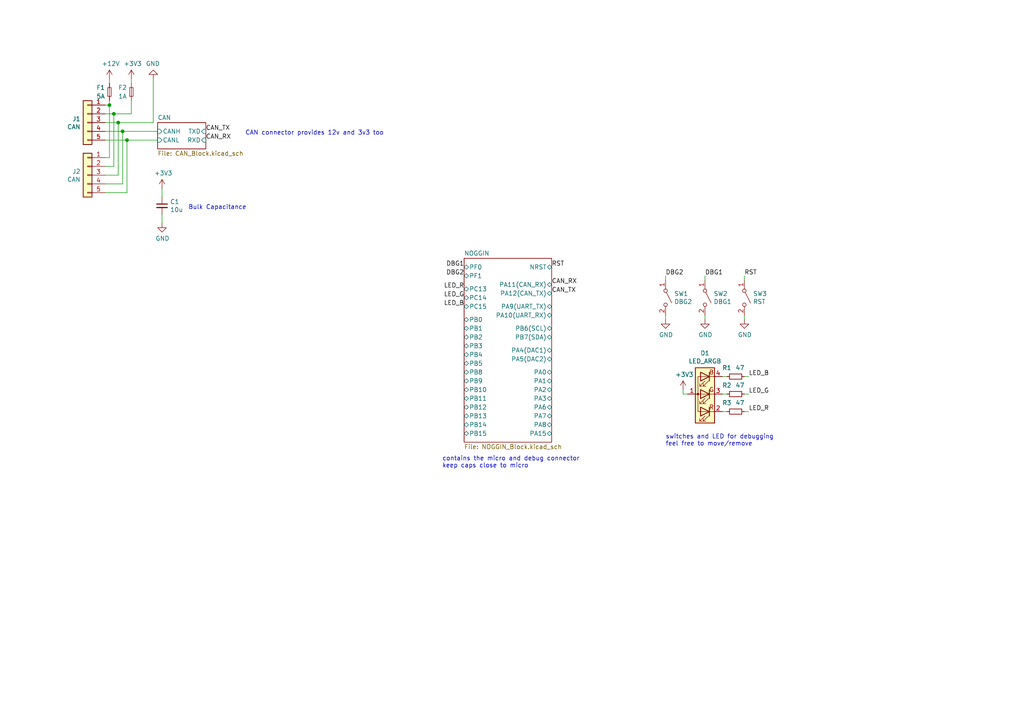
<source format=kicad_sch>
(kicad_sch (version 20211123) (generator eeschema)
  (paper "A4")
  (lib_symbols
    (symbol "Connector_Generic:Conn_01x05" (pin_names (offset 1.016) hide)
      (property "Reference" "J" (at 0 7.62 0))
      (property "Value" "Conn_01x05" (at 0 -7.62 0))
      (symbol "Conn_01x05_1_1"
        (rectangle (start -1.27 -4.953) (end 0 -5.207) (stroke (width 0.1524)))
        (rectangle (start -1.27 -2.413) (end 0 -2.667) (stroke (width 0.1524)))
        (rectangle (start -1.27 0.127) (end 0 -0.127) (stroke (width 0.1524)))
        (rectangle (start -1.27 2.667) (end 0 2.413) (stroke (width 0.1524)))
        (rectangle (start -1.27 5.207) (end 0 4.953) (stroke (width 0.1524)))
        (rectangle (start -1.27 6.35) (end 1.27 -6.35) (stroke (width 0.254)) (fill (type background)))
        (pin passive line (at -5.08 5.08 0) (length 3.81) (name "Pin_1") (number "1"))
        (pin passive line (at -5.08 2.54 0) (length 3.81) (name "Pin_2") (number "2"))
        (pin passive line (at -5.08 0 0) (length 3.81) (name "Pin_3") (number "3"))
        (pin passive line (at -5.08 -2.54 0) (length 3.81) (name "Pin_4") (number "4"))
        (pin passive line (at -5.08 -5.08 0) (length 3.81) (name "Pin_5") (number "5"))
      )
    )
    (symbol "Device:C_Small" (pin_numbers hide) (pin_names (offset 0.254) hide)
      (property "Reference" "C" (at 0.254 1.778 0))
      (property "Value" "C_Small" (at 0.254 -2.032 0))
      (symbol "C_Small_0_1"
        (polyline (pts (xy -1.524 -0.508) (xy 1.524 -0.508)) (stroke (width 0.3302)))
        (polyline (pts (xy -1.524 0.508) (xy 1.524 0.508)) (stroke (width 0.3048)))
      )
      (symbol "C_Small_1_1"
        (pin passive line (at 0 2.54 270) (length 2.032) (name "~") (number "1"))
        (pin passive line (at 0 -2.54 90) (length 2.032) (name "~") (number "2"))
      )
    )
    (symbol "Device:Fuse_Small" (pin_numbers hide) (pin_names (offset 0.254) hide)
      (property "Reference" "F" (at 0 -1.524 0))
      (property "Value" "Fuse_Small" (at 0 1.524 0))
      (symbol "Fuse_Small_0_1"
        (rectangle (start -1.27 0.508) (end 1.27 -0.508))
        (polyline (pts (xy -1.27 0) (xy 1.27 0)))
      )
      (symbol "Fuse_Small_1_1"
        (pin passive line (at -2.54 0 0) (length 1.27) (name "~") (number "1"))
        (pin passive line (at 2.54 0 180) (length 1.27) (name "~") (number "2"))
      )
    )
    (symbol "Device:LED_ARGB" (pin_names (offset 0) hide)
      (property "Reference" "D" (at 0 9.398 0))
      (property "Value" "LED_ARGB" (at 0 -8.89 0))
      (symbol "LED_ARGB_0_0"
        (text "B" (at -1.905 -6.35 0) (effects (font (size 1.27 1.27))))
        (text "G" (at -1.905 -1.27 0) (effects (font (size 1.27 1.27))))
        (text "R" (at -1.905 3.81 0) (effects (font (size 1.27 1.27))))
      )
      (symbol "LED_ARGB_0_1"
        (polyline (pts (xy -1.27 -5.08) (xy -2.54 -5.08)))
        (polyline (pts (xy -1.27 -5.08) (xy 1.27 -5.08)))
        (polyline (pts (xy -1.27 -3.81) (xy -1.27 -6.35)) (stroke (width 0.254)))
        (polyline (pts (xy -1.27 0) (xy -2.54 0)))
        (polyline (pts (xy -1.27 1.27) (xy -1.27 -1.27)) (stroke (width 0.254)))
        (polyline (pts (xy -1.27 5.08) (xy -2.54 5.08)))
        (polyline (pts (xy -1.27 5.08) (xy 1.27 5.08)))
        (polyline (pts (xy -1.27 6.35) (xy -1.27 3.81)) (stroke (width 0.254)))
        (polyline (pts (xy 1.27 0) (xy -1.27 0)))
        (polyline (pts (xy 1.27 0) (xy 2.54 0)))
        (polyline (pts (xy -1.27 1.27) (xy -1.27 -1.27) (xy -1.27 -1.27)))
        (polyline (pts (xy -1.27 6.35) (xy -1.27 3.81) (xy -1.27 3.81)))
        (polyline (pts (xy 1.27 -5.08) (xy 2.032 -5.08) (xy 2.032 5.08) (xy 1.27 5.08)))
        (polyline (pts (xy 1.27 -3.81) (xy 1.27 -6.35) (xy -1.27 -5.08) (xy 1.27 -3.81)) (stroke (width 0.254)))
        (polyline (pts (xy 1.27 1.27) (xy 1.27 -1.27) (xy -1.27 0) (xy 1.27 1.27)) (stroke (width 0.254)))
        (polyline (pts (xy 1.27 6.35) (xy 1.27 3.81) (xy -1.27 5.08) (xy 1.27 6.35)) (stroke (width 0.254)))
        (polyline (pts (xy -1.016 -3.81) (xy 0.508 -2.286) (xy -0.254 -2.286) (xy 0.508 -2.286) (xy 0.508 -3.048)))
        (polyline (pts (xy -1.016 1.27) (xy 0.508 2.794) (xy -0.254 2.794) (xy 0.508 2.794) (xy 0.508 2.032)))
        (polyline (pts (xy -1.016 6.35) (xy 0.508 7.874) (xy -0.254 7.874) (xy 0.508 7.874) (xy 0.508 7.112)))
        (polyline (pts (xy 0 -3.81) (xy 1.524 -2.286) (xy 0.762 -2.286) (xy 1.524 -2.286) (xy 1.524 -3.048)))
        (polyline (pts (xy 0 1.27) (xy 1.524 2.794) (xy 0.762 2.794) (xy 1.524 2.794) (xy 1.524 2.032)))
        (polyline (pts (xy 0 6.35) (xy 1.524 7.874) (xy 0.762 7.874) (xy 1.524 7.874) (xy 1.524 7.112)))
        (rectangle (start 1.27 -1.27) (end 1.27 1.27))
        (rectangle (start 1.27 1.27) (end 1.27 1.27))
        (rectangle (start 1.27 3.81) (end 1.27 6.35))
        (rectangle (start 1.27 6.35) (end 1.27 6.35))
        (circle (center 2.032 0) (radius 0.254) (fill (type outline)))
        (rectangle (start 2.794 8.382) (end -2.794 -7.62) (stroke (width 0.254)) (fill (type background)))
      )
      (symbol "LED_ARGB_1_1"
        (pin passive line (at 5.08 0 180) (length 2.54) (name "A") (number "1"))
        (pin passive line (at -5.08 5.08 0) (length 2.54) (name "RK") (number "2"))
        (pin passive line (at -5.08 0 0) (length 2.54) (name "GK") (number "3"))
        (pin passive line (at -5.08 -5.08 0) (length 2.54) (name "BK") (number "4"))
      )
    )
    (symbol "Device:R_Small" (pin_numbers hide) (pin_names (offset 0.254) hide)
      (property "Reference" "R" (at 0.762 0.508 0))
      (property "Value" "R_Small" (at 0.762 -1.016 0))
      (symbol "R_Small_0_1"
        (rectangle (start -0.762 1.778) (end 0.762 -1.778) (stroke (width 0.2032)))
      )
      (symbol "R_Small_1_1"
        (pin passive line (at 0 2.54 270) (length 0.762) (name "~") (number "1"))
        (pin passive line (at 0 -2.54 90) (length 0.762) (name "~") (number "2"))
      )
    )
    (symbol "Switch:SW_SPST" (pin_names (offset 0) hide)
      (property "Reference" "SW" (at 0 3.175 0))
      (property "Value" "SW_SPST" (at 0 -2.54 0))
      (symbol "SW_SPST_0_0"
        (circle (center -2.032 0) (radius 0.508))
        (polyline (pts (xy -1.524 0.254) (xy 1.524 1.778)))
        (circle (center 2.032 0) (radius 0.508))
      )
      (symbol "SW_SPST_1_1"
        (pin passive line (at -5.08 0 0) (length 2.54) (name "A") (number "1"))
        (pin passive line (at 5.08 0 180) (length 2.54) (name "B") (number "2"))
      )
    )
    (symbol "power:+12V" (power) (pin_names (offset 0))
      (property "Value" "+12V" (at 0 3.556 0))
      (symbol "+12V_0_1"
        (polyline (pts (xy -0.762 1.27) (xy 0 2.54)))
        (polyline (pts (xy 0 0) (xy 0 2.54)))
        (polyline (pts (xy 0 2.54) (xy 0.762 1.27)))
      )
      (symbol "+12V_1_1"
        (pin power_in line (at 0 0 90) (length 0) hide (name "+12V") (number "1"))
      )
    )
    (symbol "power:+3V3" (power) (pin_names (offset 0))
      (property "Value" "+3V3" (at 0 3.556 0))
      (symbol "+3V3_0_1"
        (polyline (pts (xy -0.762 1.27) (xy 0 2.54)))
        (polyline (pts (xy 0 0) (xy 0 2.54)))
        (polyline (pts (xy 0 2.54) (xy 0.762 1.27)))
      )
      (symbol "+3V3_1_1"
        (pin power_in line (at 0 0 90) (length 0) hide (name "+3V3") (number "1"))
      )
    )
    (symbol "power:GND" (power) (pin_names (offset 0))
      (property "Value" "GND" (at 0 -3.81 0))
      (symbol "GND_0_1"
        (polyline (pts (xy 0 0) (xy 0 -1.27) (xy 1.27 -1.27) (xy 0 -2.54) (xy -1.27 -1.27) (xy 0 -1.27)))
      )
      (symbol "GND_1_1"
        (pin power_in line (at 0 0 270) (length 0) hide (name "GND") (number "1"))
      )
    )
  )
  (junction (at 34.29 35.56))
  (junction (at 35.56 38.1))
  (junction (at 36.83 40.64))
  (junction (at 33.02 33.02))
  (junction (at 31.75 30.48))
  (wire (pts (xy 36.83 40.64) (xy 45.72 40.64)))
  (wire (pts (xy 31.75 45.72) (xy 31.75 30.48)))
  (wire (pts (xy 193.04 80.01) (xy 193.04 81.28)))
  (wire (pts (xy 33.02 33.02) (xy 38.1 33.02)))
  (wire (pts (xy 34.29 50.8) (xy 34.29 35.56)))
  (wire (pts (xy 30.48 55.88) (xy 36.83 55.88)))
  (wire (pts (xy 31.75 24.13) (xy 31.75 22.86)))
  (wire (pts (xy 46.99 62.23) (xy 46.99 64.77)))
  (wire (pts (xy 35.56 53.34) (xy 35.56 38.1)))
  (wire (pts (xy 30.48 33.02) (xy 33.02 33.02)))
  (wire (pts (xy 38.1 24.13) (xy 38.1 22.86)))
  (wire (pts (xy 215.9 109.22) (xy 217.17 109.22)))
  (wire (pts (xy 46.99 57.15) (xy 46.99 54.61)))
  (wire (pts (xy 30.48 48.26) (xy 33.02 48.26)))
  (wire (pts (xy 30.48 53.34) (xy 35.56 53.34)))
  (wire (pts (xy 198.12 113.03) (xy 198.12 114.3)))
  (wire (pts (xy 30.48 50.8) (xy 34.29 50.8)))
  (wire (pts (xy 30.48 45.72) (xy 31.75 45.72)))
  (wire (pts (xy 204.47 92.71) (xy 204.47 91.44)))
  (wire (pts (xy 209.55 119.38) (xy 210.82 119.38)))
  (wire (pts (xy 33.02 48.26) (xy 33.02 33.02)))
  (wire (pts (xy 38.1 33.02) (xy 38.1 29.21)))
  (wire (pts (xy 204.47 80.01) (xy 204.47 81.28)))
  (wire (pts (xy 45.72 38.1) (xy 35.56 38.1)))
  (wire (pts (xy 209.55 114.3) (xy 210.82 114.3)))
  (wire (pts (xy 215.9 92.71) (xy 215.9 91.44)))
  (wire (pts (xy 34.29 35.56) (xy 44.45 35.56)))
  (wire (pts (xy 215.9 80.01) (xy 215.9 81.28)))
  (wire (pts (xy 30.48 30.48) (xy 31.75 30.48)))
  (wire (pts (xy 36.83 55.88) (xy 36.83 40.64)))
  (wire (pts (xy 30.48 35.56) (xy 34.29 35.56)))
  (wire (pts (xy 209.55 109.22) (xy 210.82 109.22)))
  (wire (pts (xy 30.48 40.64) (xy 36.83 40.64)))
  (wire (pts (xy 31.75 30.48) (xy 31.75 29.21)))
  (wire (pts (xy 193.04 92.71) (xy 193.04 91.44)))
  (wire (pts (xy 198.12 114.3) (xy 199.39 114.3)))
  (wire (pts (xy 35.56 38.1) (xy 30.48 38.1)))
  (wire (pts (xy 215.9 119.38) (xy 217.17 119.38)))
  (wire (pts (xy 44.45 35.56) (xy 44.45 22.86)))
  (wire (pts (xy 215.9 114.3) (xy 217.17 114.3)))
  (text "CAN connector provides 12v and 3v3 too" (at 71.12 39.37 0) (effects (font (size 1.27 1.27)) (justify left bottom)))
  (text "switches and LED for debugging\nfeel free to move/remove" (at 193.04 129.54 0) (effects (font (size 1.27 1.27)) (justify left bottom)))
  (text "contains the micro and debug connector\nkeep caps close to micro" (at 128.27 135.89 0) (effects (font (size 1.27 1.27)) (justify left bottom)))
  (text "Bulk Capacitance" (at 54.61 60.96 0) (effects (font (size 1.27 1.27)) (justify left bottom)))
  (label "CAN_TX" (at 59.69 38.1 0))
  (label "CAN_RX" (at 160.02 82.55 0))
  (label "LED_B" (at 134.62 88.9 180))
  (label "LED_R" (at 134.62 83.82 180))
  (label "LED_G" (at 134.62 86.36 180))
  (label "CAN_TX" (at 160.02 85.09 0))
  (label "RST" (at 215.9 80.01 0))
  (label "DBG2" (at 193.04 80.01 0))
  (label "DBG1" (at 204.47 80.01 0))
  (label "DBG1" (at 134.62 77.47 180))
  (label "CAN_RX" (at 59.69 40.64 0))
  (label "LED_B" (at 217.17 109.22 0))
  (label "DBG2" (at 134.62 80.01 180))
  (label "LED_R" (at 217.17 119.38 0))
  (label "RST" (at 160.02 77.47 0))
  (label "LED_G" (at 217.17 114.3 0))
  (symbol (lib_id "Switch:SW_SPST") (at 193.04 86.36 270) (unit 1)
    (property "Reference" "SW1" (at 195.5292 85.1916 90) (effects (justify left)))
    (property "Value" "DBG2" (at 195.5292 87.503 90) (effects (justify left)))
    (property "Footprint" "Button_Switch_SMD:SW_SPST_PTS810" (effects hide))
  )
  (symbol (lib_id "power:GND") (at 193.04 92.71 0) (unit 1)
    (property "Reference" "#PWR06" (effects hide))
    (property "Value" "GND" (at 193.167 97.1042 0))
  )
  (symbol (lib_id "Device:LED_ARGB") (at 204.47 114.3 180) (unit 1)
    (property "Reference" "D1" (at 204.47 102.4382 0))
    (property "Value" "LED_ARGB" (at 204.47 104.7496 0))
    (property "Footprint" "LED_SMD:LED_Cree-PLCC4_2x2mm_CW" (effects hide))
  )
  (symbol (lib_id "Device:R_Small") (at 213.36 109.22 270) (unit 1)
    (property "Reference" "R1" (at 210.82 106.68 90))
    (property "Value" "47" (at 214.63 106.68 90))
    (property "Footprint" "Resistor_SMD:R_0603_1608Metric" (effects hide))
  )
  (symbol (lib_id "Device:R_Small") (at 213.36 114.3 270) (unit 1)
    (property "Reference" "R2" (at 210.82 111.76 90))
    (property "Value" "47" (at 214.63 111.76 90))
    (property "Footprint" "Resistor_SMD:R_0603_1608Metric" (effects hide))
  )
  (symbol (lib_id "Device:R_Small") (at 213.36 119.38 270) (unit 1)
    (property "Reference" "R3" (at 210.82 116.84 90))
    (property "Value" "47" (at 214.63 116.84 90))
    (property "Footprint" "Resistor_SMD:R_0603_1608Metric" (effects hide))
  )
  (symbol (lib_id "power:+3V3") (at 198.12 113.03 0) (unit 1)
    (property "Reference" "#PWR07" (effects hide))
    (property "Value" "+3V3" (at 198.501 108.6358 0))
  )
  (symbol (lib_id "Connector_Generic:Conn_01x05") (at 25.4 35.56 0) (mirror y) (unit 1)
    (property "Reference" "J1" (at 23.368 34.4932 0) (effects (justify left)))
    (property "Value" "CAN" (at 23.368 36.8046 0) (effects (justify left)))
    (property "Footprint" "extraparts:Molex_DuraClik_Vert_5pin" (effects hide))
  )
  (symbol (lib_id "Connector_Generic:Conn_01x05") (at 25.4 50.8 0) (mirror y) (unit 1)
    (property "Reference" "J2" (at 23.368 49.7332 0) (effects (justify left)))
    (property "Value" "CAN" (at 23.368 52.0446 0) (effects (justify left)))
    (property "Footprint" "extraparts:Molex_DuraClik_Vert_5pin" (effects hide))
  )
  (symbol (lib_id "Device:Fuse_Small") (at 38.1 26.67 270) (unit 1)
    (property "Reference" "F2" (at 35.56 25.4 90))
    (property "Value" "1A" (at 35.56 27.94 90))
    (property "Footprint" "Fuse:Fuse_1206_3216Metric" (effects hide))
  )
  (symbol (lib_id "Device:Fuse_Small") (at 31.75 26.67 270) (unit 1)
    (property "Reference" "F1" (at 29.21 25.4 90))
    (property "Value" "5A" (at 29.21 27.94 90))
    (property "Footprint" "Fuse:Fuse_2920_7451Metric" (effects hide))
  )
  (symbol (lib_id "power:+12V") (at 31.75 22.86 0) (unit 1)
    (property "Reference" "#PWR01" (effects hide))
    (property "Value" "+12V" (at 32.131 18.4658 0))
  )
  (symbol (lib_id "power:GND") (at 44.45 22.86 180) (unit 1)
    (property "Reference" "#PWR03" (effects hide))
    (property "Value" "GND" (at 44.323 18.4658 0))
  )
  (symbol (lib_id "Switch:SW_SPST") (at 204.47 86.36 270) (unit 1)
    (property "Reference" "SW2" (at 206.9592 85.1916 90) (effects (justify left)))
    (property "Value" "DBG1" (at 206.9592 87.503 90) (effects (justify left)))
    (property "Footprint" "Button_Switch_SMD:SW_SPST_PTS810" (effects hide))
  )
  (symbol (lib_id "power:GND") (at 204.47 92.71 0) (unit 1)
    (property "Reference" "#PWR08" (effects hide))
    (property "Value" "GND" (at 204.597 97.1042 0))
  )
  (symbol (lib_id "Switch:SW_SPST") (at 215.9 86.36 270) (unit 1)
    (property "Reference" "SW3" (at 218.3892 85.1916 90) (effects (justify left)))
    (property "Value" "RST" (at 218.3892 87.503 90) (effects (justify left)))
    (property "Footprint" "Button_Switch_SMD:SW_SPST_PTS810" (effects hide))
  )
  (symbol (lib_id "power:GND") (at 215.9 92.71 0) (unit 1)
    (property "Reference" "#PWR09" (effects hide))
    (property "Value" "GND" (at 216.027 97.1042 0))
  )
  (symbol (lib_id "power:+3V3") (at 38.1 22.86 0) (unit 1)
    (property "Reference" "#PWR02" (effects hide))
    (property "Value" "+3V3" (at 38.481 18.4658 0))
  )
  (symbol (lib_id "power:+3V3") (at 46.99 54.61 0) (unit 1)
    (property "Reference" "#PWR04" (effects hide))
    (property "Value" "+3V3" (at 47.371 50.2158 0))
  )
  (symbol (lib_id "Device:C_Small") (at 46.99 59.69 0) (unit 1)
    (property "Reference" "C1" (at 49.3268 58.5216 0) (effects (justify left)))
    (property "Value" "10u" (at 49.3268 60.833 0) (effects (justify left)))
    (property "Footprint" "Capacitor_SMD:C_0805_2012Metric" (effects hide))
  )
  (symbol (lib_id "power:GND") (at 46.99 64.77 0) (unit 1)
    (property "Reference" "#PWR05" (effects hide))
    (property "Value" "GND" (at 47.117 69.1642 0))
  )
  (sheet (at 134.62 74.93) (size 25.4 53.34)
    (property "Sheet name" "NOGGIN" (at 134.62 74.2184 0) (effects (justify left bottom)))
    (property "Sheet file" "NOGGIN_Block.kicad_sch" (at 134.62 128.8546 0) (effects (justify left top)))
    (pin "PF0" bidirectional (at 134.62 77.47 180))
    (pin "PF1" bidirectional (at 134.62 80.01 180))
    (pin "PC13" bidirectional (at 134.62 83.82 180))
    (pin "PC14" bidirectional (at 134.62 86.36 180))
    (pin "PC15" bidirectional (at 134.62 88.9 180))
    (pin "PA11(CAN_RX)" bidirectional (at 160.02 82.55 0))
    (pin "PA12(CAN_TX)" bidirectional (at 160.02 85.09 0))
    (pin "PA10(UART_RX)" bidirectional (at 160.02 91.44 0))
    (pin "PA9(UART_TX)" bidirectional (at 160.02 88.9 0))
    (pin "PB6(SCL)" bidirectional (at 160.02 95.25 0))
    (pin "PB7(SDA)" bidirectional (at 160.02 97.79 0))
    (pin "PB0" bidirectional (at 134.62 92.71 180))
    (pin "PB1" bidirectional (at 134.62 95.25 180))
    (pin "PB2" bidirectional (at 134.62 97.79 180))
    (pin "PB3" bidirectional (at 134.62 100.33 180))
    (pin "PB4" bidirectional (at 134.62 102.87 180))
    (pin "PB5" bidirectional (at 134.62 105.41 180))
    (pin "PB8" bidirectional (at 134.62 107.95 180))
    (pin "PB9" bidirectional (at 134.62 110.49 180))
    (pin "PB10" bidirectional (at 134.62 113.03 180))
    (pin "PB11" bidirectional (at 134.62 115.57 180))
    (pin "PB12" bidirectional (at 134.62 118.11 180))
    (pin "PB13" bidirectional (at 134.62 120.65 180))
    (pin "PB14" bidirectional (at 134.62 123.19 180))
    (pin "PB15" bidirectional (at 134.62 125.73 180))
    (pin "PA0" bidirectional (at 160.02 107.95 0))
    (pin "PA1" bidirectional (at 160.02 110.49 0))
    (pin "PA2" bidirectional (at 160.02 113.03 0))
    (pin "PA3" bidirectional (at 160.02 115.57 0))
    (pin "PA4(DAC1)" bidirectional (at 160.02 101.6 0))
    (pin "PA5(DAC2)" bidirectional (at 160.02 104.14 0))
    (pin "PA6" bidirectional (at 160.02 118.11 0))
    (pin "PA7" bidirectional (at 160.02 120.65 0))
    (pin "PA8" bidirectional (at 160.02 123.19 0))
    (pin "PA15" bidirectional (at 160.02 125.73 0))
    (pin "NRST" bidirectional (at 160.02 77.47 0))
  )
  (sheet (at 45.72 35.56) (size 13.97 7.62)
    (property "Sheet name" "CAN" (at 45.72 34.8484 0) (effects (justify left bottom)))
    (property "Sheet file" "CAN_Block.kicad_sch" (at 45.72 43.7646 0) (effects (justify left top)))
    (pin "TXD" input (at 59.69 38.1 0))
    (pin "RXD" input (at 59.69 40.64 0))
    (pin "CANH" input (at 45.72 38.1 180))
    (pin "CANL" input (at 45.72 40.64 180))
  )
)
</source>
